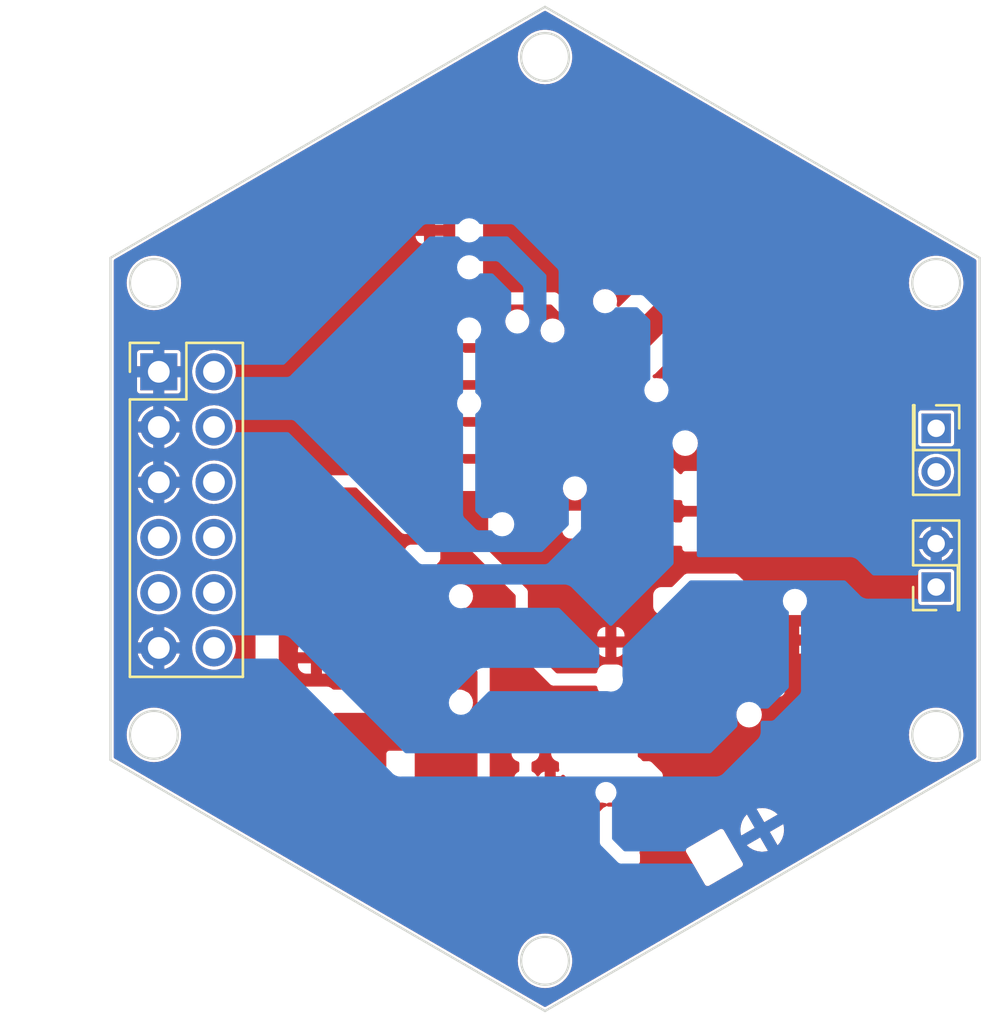
<source format=kicad_pcb>
(kicad_pcb (version 20211014) (generator pcbnew)
  (layers (0 "F.Cu" signal) (31 "B.Cu" signal) (34 "B.Paste" user) (35 "F.Paste" user) (36 "B.SilkS" user "B.Silkscreen") (37 "F.SilkS" user "F.Silkscreen") (38 "B.Mask" user) (39 "F.Mask" user) (44 "Edge.Cuts" user))
  (net 0 "")
  (net 1 "GND")
  (net 2 "/VBAT")
  (net 3 "/SC")
  (net 4 "+3V3")
  (net 5 "+1V8")
  (net 6 "+5V")
  (net 7 "/~{EN}")
  (net 8 "/VBAT_OK")
  (footprint "Connector_PinHeader_2.00mm:PinHeader_2x01_P2.00mm_Vertical" (layer "F.Cu") (at 165 91.7 -90)
    (fp_text reference "J4" hide)
    (fp_text value "Solar cell")
    (fp_line (start 3.06 -1.06) (end 3.06 1.06) (layer "F.SilkS") (width 0.12))
    (fp_line (start -1.06 0) (end -1.06 -1.06) (layer "F.SilkS") (width 0.12))
    (fp_line (start -1.06 1) (end -1.06 1.06) (layer "F.SilkS") (width 0.12))
    (fp_line (start -1.06 1.06) (end 3.06 1.06) (layer "F.SilkS") (width 0.12))
    (fp_line (start -1.06 -1.06) (end 0 -1.06) (layer "F.SilkS") (width 0.12))
    (fp_line (start -1.06 1) (end 1 1) (layer "F.SilkS") (width 0.12))
    (fp_line (start 1 -1.06) (end 3.06 -1.06) (layer "F.SilkS") (width 0.12))
    (fp_line (start 1 1) (end 1 -1.06) (layer "F.SilkS") (width 0.12))
    (pad "1" thru_hole rect (at 0 0 270) (size 1.35 1.35) (drill 0.8) (layers *.Cu *.Mask) (net 3 "/SC"))
    (pad "2" thru_hole oval (at 2 0 270) (size 1.35 1.35) (drill 0.8) (layers *.Cu *.Mask) (net 3 "/SC"))
  )
  (footprint "Connector_PinHeader_2.00mm:PinHeader_2x01_P2.00mm_Vertical" (layer "F.Cu") (at 165 99 90)
    (fp_text reference "J3" hide)
    (fp_text value "Battery")
    (fp_line (start -1.06 0) (end -1.06 -1.06) (layer "F.SilkS") (width 0.12))
    (fp_line (start 1 1) (end 1 -1.06) (layer "F.SilkS") (width 0.12))
    (fp_line (start -1.06 1) (end 1 1) (layer "F.SilkS") (width 0.12))
    (fp_line (start -1.06 -1.06) (end 0 -1.06) (layer "F.SilkS") (width 0.12))
    (fp_line (start -1.06 1) (end -1.06 1.06) (layer "F.SilkS") (width 0.12))
    (fp_line (start -1.06 1.06) (end 3.06 1.06) (layer "F.SilkS") (width 0.12))
    (fp_line (start 3.06 -1.06) (end 3.06 1.06) (layer "F.SilkS") (width 0.12))
    (fp_line (start 1 -1.06) (end 3.06 -1.06) (layer "F.SilkS") (width 0.12))
    (pad "1" thru_hole rect (at 0 0 90) (size 1.35 1.35) (drill 0.8) (layers *.Cu *.Mask) (net 2 "/VBAT"))
    (pad "2" thru_hole oval (at 2 0 90) (size 1.35 1.35) (drill 0.8) (layers *.Cu *.Mask) (net 1 "GND"))
  )
  (footprint "Connector_PinHeader_2.54mm:PinHeader_2x06_P2.54mm_Vertical" (layer "F.Cu") (at 129.225 89.1)
    (fp_text reference "J2" hide)
    (fp_text value "Conn_02x06_Odd_Even")
    (fp_line (start -1.33 14.03) (end 3.87 14.03) (layer "F.SilkS") (width 0.12))
    (fp_line (start 1.27 -1.33) (end 3.87 -1.33) (layer "F.SilkS") (width 0.12))
    (fp_line (start -1.33 1.27) (end 1.27 1.27) (layer "F.SilkS") (width 0.12))
    (fp_line (start -1.33 0) (end -1.33 -1.33) (layer "F.SilkS") (width 0.12))
    (fp_line (start 1.27 1.27) (end 1.27 -1.33) (layer "F.SilkS") (width 0.12))
    (fp_line (start 3.87 -1.33) (end 3.87 14.03) (layer "F.SilkS") (width 0.12))
    (fp_line (start -1.33 -1.33) (end 0 -1.33) (layer "F.SilkS") (width 0.12))
    (fp_line (start -1.33 1.27) (end -1.33 14.03) (layer "F.SilkS") (width 0.12))
    (pad "1" thru_hole rect (at 0 0) (size 1.7 1.7) (drill 1) (layers *.Cu *.Mask) (net 1 "GND"))
    (pad "2" thru_hole oval (at 2.54 0) (size 1.7 1.7) (drill 1) (layers *.Cu *.Mask) (net 7 "/~{EN}"))
    (pad "3" thru_hole oval (at 0 2.54) (size 1.7 1.7) (drill 1) (layers *.Cu *.Mask) (net 1 "GND"))
    (pad "4" thru_hole oval (at 2.54 2.54) (size 1.7 1.7) (drill 1) (layers *.Cu *.Mask) (net 8 "/VBAT_OK"))
    (pad "5" thru_hole oval (at 0 5.08) (size 1.7 1.7) (drill 1) (layers *.Cu *.Mask) (net 1 "GND"))
    (pad "6" thru_hole oval (at 2.54 5.08) (size 1.7 1.7) (drill 1) (layers *.Cu *.Mask) (net 2 "/VBAT"))
    (pad "7" thru_hole oval (at 0 7.62) (size 1.7 1.7) (drill 1) (layers *.Cu *.Mask) (net 4 "+3V3"))
    (pad "8" thru_hole oval (at 2.54 7.62) (size 1.7 1.7) (drill 1) (layers *.Cu *.Mask) (net 4 "+3V3"))
    (pad "9" thru_hole oval (at 0 10.16) (size 1.7 1.7) (drill 1) (layers *.Cu *.Mask) (net 5 "+1V8"))
    (pad "10" thru_hole oval (at 2.54 10.16) (size 1.7 1.7) (drill 1) (layers *.Cu *.Mask) (net 5 "+1V8"))
    (pad "11" thru_hole oval (at 0 12.7) (size 1.7 1.7) (drill 1) (layers *.Cu *.Mask) (net 1 "GND"))
    (pad "12" thru_hole oval (at 2.54 12.7) (size 1.7 1.7) (drill 1) (layers *.Cu *.Mask) (net 6 "+5V"))
  )
  (gr_line (start 127 83.858984) (end 127 106.952994) (layer "Edge.Cuts") (width 0.1))
  (gr_circle (center 147 74.621379) (end 148.1 74.621379) (layer "Edge.Cuts") (width 0.1) (fill none))
  (gr_circle (center 129 85.013684) (end 130.1 85.013684) (layer "Edge.Cuts") (width 0.1) (fill none))
  (gr_line (start 147 72.311978) (end 127 83.858984) (layer "Edge.Cuts") (width 0.1))
  (gr_circle (center 147 116.190599) (end 148.1 116.190599) (layer "Edge.Cuts") (width 0.1) (fill none))
  (gr_circle (center 165 105.798294) (end 166.1 105.798294) (layer "Edge.Cuts") (width 0.1) (fill none))
  (gr_line (start 127 106.952994) (end 147 118.5) (layer "Edge.Cuts") (width 0.1))
  (gr_circle (center 129 105.798294) (end 130.1 105.798294) (layer "Edge.Cuts") (width 0.1) (fill none))
  (gr_line (start 167 106.952994) (end 167 83.858984) (layer "Edge.Cuts") (width 0.1))
  (gr_line (start 167 83.858984) (end 147 72.311978) (layer "Edge.Cuts") (width 0.1))
  (gr_line (start 147 118.5) (end 167 106.952994) (layer "Edge.Cuts") (width 0.1))
  (gr_circle (center 165 85.013684) (end 166.1 85.013684) (layer "Edge.Cuts") (width 0.1) (fill none))
  (zone (net 1) (net_name "GND") (layers F&B.Cu) (connect_pads (clearance 0.1524)) (min_thickness 0.1778) (fill yes (thermal_gap 0.1524) (thermal_bridge_width 0.508))
    (polygon (pts (xy 167 119) (xy 127.17 119.1) (xy 127 72) (xy 167 72)))
  )
)
</source>
